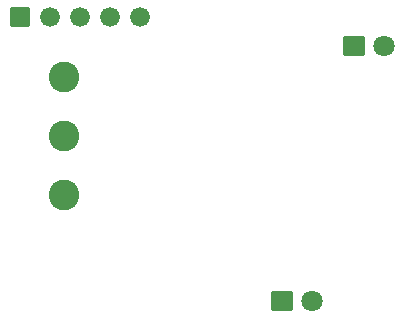
<source format=gbs>
G04 Layer: BottomSolderMaskLayer*
G04 EasyEDA v6.5.40, 2024-10-30 17:45:42*
G04 cb6e2e9fbd21486d88ae5690d2d3dc00,10*
G04 Gerber Generator version 0.2*
G04 Scale: 100 percent, Rotated: No, Reflected: No *
G04 Dimensions in millimeters *
G04 leading zeros omitted , absolute positions ,4 integer and 5 decimal *
%FSLAX45Y45*%
%MOMM*%

%AMMACRO1*1,1,$1,$2,$3*1,1,$1,$4,$5*1,1,$1,0-$2,0-$3*1,1,$1,0-$4,0-$5*20,1,$1,$2,$3,$4,$5,0*20,1,$1,$4,$5,0-$2,0-$3,0*20,1,$1,0-$2,0-$3,0-$4,0-$5,0*20,1,$1,0-$4,0-$5,$2,$3,0*4,1,4,$2,$3,$4,$5,0-$2,0-$3,0-$4,0-$5,$2,$3,0*%
%ADD10MACRO1,0.1016X-0.85X0.7874X0.85X0.7874*%
%ADD11C,1.8016*%
%ADD12C,1.6764*%
%ADD13MACRO1,0.1016X-0.7874X0.7874X0.7874X0.7874*%
%ADD14C,2.6016*%

%LPD*%
D10*
G01*
X4521201Y2413000D03*
D11*
G01*
X4775200Y2413000D03*
D12*
G01*
X2705100Y2654300D03*
G01*
X2451100Y2654300D03*
G01*
X2197100Y2654300D03*
G01*
X1943100Y2654300D03*
D13*
G01*
X1689100Y2654300D03*
D10*
G01*
X3911601Y254000D03*
D11*
G01*
X4165600Y254000D03*
D14*
G01*
X2065527Y1651000D03*
G01*
X2065527Y1151128D03*
G01*
X2065527Y2151126D03*
M02*

</source>
